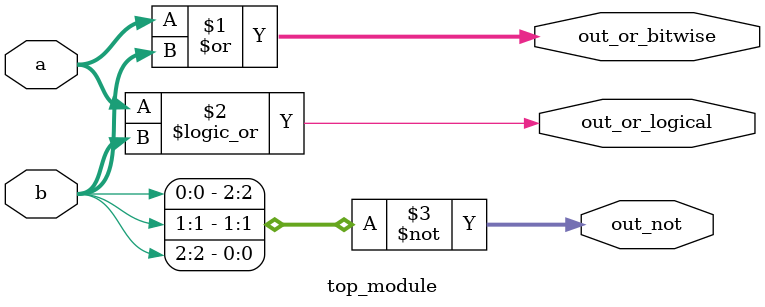
<source format=sv>
module top_module(
    input [2:0] a, 
    input [2:0] b, 
    output [2:0] out_or_bitwise,
    output out_or_logical,
    output [2:0] out_not
);

    assign out_or_bitwise = a | b;
    assign out_or_logical = a || b;
    assign out_not = ~{b[0], b[1], b[2]};

endmodule

</source>
